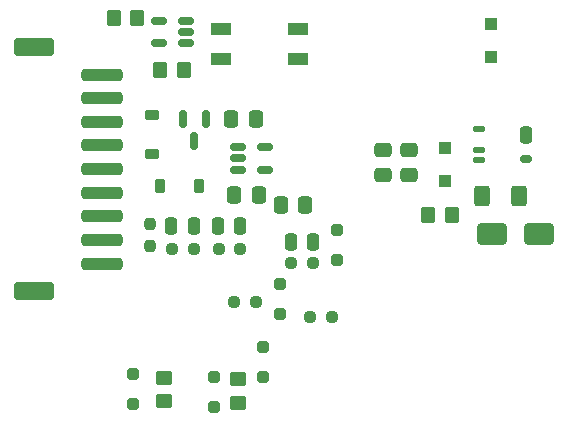
<source format=gbr>
%TF.GenerationSoftware,KiCad,Pcbnew,8.0.8*%
%TF.CreationDate,2025-02-25T00:33:20+03:00*%
%TF.ProjectId,SMHome_UniversalRound_ESP32_C3_Mini_v3,534d486f-6d65-45f5-956e-697665727361,12*%
%TF.SameCoordinates,Original*%
%TF.FileFunction,Paste,Bot*%
%TF.FilePolarity,Positive*%
%FSLAX46Y46*%
G04 Gerber Fmt 4.6, Leading zero omitted, Abs format (unit mm)*
G04 Created by KiCad (PCBNEW 8.0.8) date 2025-02-25 00:33:20*
%MOMM*%
%LPD*%
G01*
G04 APERTURE LIST*
G04 Aperture macros list*
%AMRoundRect*
0 Rectangle with rounded corners*
0 $1 Rounding radius*
0 $2 $3 $4 $5 $6 $7 $8 $9 X,Y pos of 4 corners*
0 Add a 4 corners polygon primitive as box body*
4,1,4,$2,$3,$4,$5,$6,$7,$8,$9,$2,$3,0*
0 Add four circle primitives for the rounded corners*
1,1,$1+$1,$2,$3*
1,1,$1+$1,$4,$5*
1,1,$1+$1,$6,$7*
1,1,$1+$1,$8,$9*
0 Add four rect primitives between the rounded corners*
20,1,$1+$1,$2,$3,$4,$5,0*
20,1,$1+$1,$4,$5,$6,$7,0*
20,1,$1+$1,$6,$7,$8,$9,0*
20,1,$1+$1,$8,$9,$2,$3,0*%
G04 Aperture macros list end*
%ADD10RoundRect,0.250000X0.250000X-0.250000X0.250000X0.250000X-0.250000X0.250000X-0.250000X-0.250000X0*%
%ADD11RoundRect,0.225000X0.375000X-0.225000X0.375000X0.225000X-0.375000X0.225000X-0.375000X-0.225000X0*%
%ADD12RoundRect,0.250000X-0.450000X0.350000X-0.450000X-0.350000X0.450000X-0.350000X0.450000X0.350000X0*%
%ADD13RoundRect,0.250000X-0.350000X-0.450000X0.350000X-0.450000X0.350000X0.450000X-0.350000X0.450000X0*%
%ADD14RoundRect,0.250000X-1.000000X-0.650000X1.000000X-0.650000X1.000000X0.650000X-1.000000X0.650000X0*%
%ADD15RoundRect,0.125000X-0.375000X-0.125000X0.375000X-0.125000X0.375000X0.125000X-0.375000X0.125000X0*%
%ADD16RoundRect,0.250000X-0.250000X0.475000X-0.250000X-0.475000X0.250000X-0.475000X0.250000X0.475000X0*%
%ADD17RoundRect,0.175000X-0.325000X-0.175000X0.325000X-0.175000X0.325000X0.175000X-0.325000X0.175000X0*%
%ADD18RoundRect,0.250000X0.250000X0.475000X-0.250000X0.475000X-0.250000X-0.475000X0.250000X-0.475000X0*%
%ADD19RoundRect,0.250000X1.500000X-0.250000X1.500000X0.250000X-1.500000X0.250000X-1.500000X-0.250000X0*%
%ADD20RoundRect,0.250001X1.449999X-0.499999X1.449999X0.499999X-1.449999X0.499999X-1.449999X-0.499999X0*%
%ADD21R,1.700000X1.100000*%
%ADD22RoundRect,0.250000X0.400000X0.625000X-0.400000X0.625000X-0.400000X-0.625000X0.400000X-0.625000X0*%
%ADD23RoundRect,0.250000X-0.337500X-0.475000X0.337500X-0.475000X0.337500X0.475000X-0.337500X0.475000X0*%
%ADD24RoundRect,0.250000X0.475000X-0.337500X0.475000X0.337500X-0.475000X0.337500X-0.475000X-0.337500X0*%
%ADD25RoundRect,0.237500X0.250000X0.237500X-0.250000X0.237500X-0.250000X-0.237500X0.250000X-0.237500X0*%
%ADD26RoundRect,0.237500X-0.250000X-0.237500X0.250000X-0.237500X0.250000X0.237500X-0.250000X0.237500X0*%
%ADD27RoundRect,0.250000X-0.250000X0.250000X-0.250000X-0.250000X0.250000X-0.250000X0.250000X0.250000X0*%
%ADD28RoundRect,0.250000X-0.475000X0.337500X-0.475000X-0.337500X0.475000X-0.337500X0.475000X0.337500X0*%
%ADD29RoundRect,0.150000X0.512500X0.150000X-0.512500X0.150000X-0.512500X-0.150000X0.512500X-0.150000X0*%
%ADD30RoundRect,0.237500X0.237500X-0.250000X0.237500X0.250000X-0.237500X0.250000X-0.237500X-0.250000X0*%
%ADD31RoundRect,0.250000X0.350000X0.450000X-0.350000X0.450000X-0.350000X-0.450000X0.350000X-0.450000X0*%
%ADD32RoundRect,0.250000X0.300000X-0.300000X0.300000X0.300000X-0.300000X0.300000X-0.300000X-0.300000X0*%
%ADD33RoundRect,0.250000X-0.300000X0.300000X-0.300000X-0.300000X0.300000X-0.300000X0.300000X0.300000X0*%
%ADD34RoundRect,0.250000X-0.250000X-0.475000X0.250000X-0.475000X0.250000X0.475000X-0.250000X0.475000X0*%
%ADD35RoundRect,0.225000X-0.225000X-0.375000X0.225000X-0.375000X0.225000X0.375000X-0.225000X0.375000X0*%
%ADD36RoundRect,0.150000X-0.512500X-0.150000X0.512500X-0.150000X0.512500X0.150000X-0.512500X0.150000X0*%
%ADD37RoundRect,0.150000X-0.150000X0.587500X-0.150000X-0.587500X0.150000X-0.587500X0.150000X0.587500X0*%
G04 APERTURE END LIST*
D10*
%TO.C,D1*%
X4699000Y-7853999D03*
X4699000Y-5354001D03*
%TD*%
D11*
%TO.C,D2*%
X-10972800Y1093200D03*
X-10972800Y4393200D03*
%TD*%
D12*
%TO.C,R7*%
X-3657600Y-17973800D03*
X-3657600Y-19973800D03*
%TD*%
D13*
%TO.C,R4*%
X-14208000Y12598400D03*
X-12208000Y12598400D03*
%TD*%
D14*
%TO.C,D7*%
X17786599Y-5689600D03*
X21786601Y-5689600D03*
%TD*%
D15*
%TO.C,U2*%
X16745200Y546601D03*
X16745200Y1446600D03*
X16745200Y3246600D03*
D16*
X20745200Y2706600D03*
D17*
X20745200Y646600D03*
%TD*%
D18*
%TO.C,C12*%
X-3469601Y-5029200D03*
X-5369599Y-5029200D03*
%TD*%
D19*
%TO.C,J3*%
X-15234800Y-8177800D03*
X-15234800Y-6177800D03*
X-15234800Y-4177800D03*
X-15234800Y-2177800D03*
X-15234800Y-177800D03*
X-15234800Y1822200D03*
X-15234800Y3822200D03*
X-15234800Y5822200D03*
X-15234800Y7822200D03*
D20*
X-20984800Y-10527800D03*
X-20984800Y10172200D03*
%TD*%
D21*
%TO.C,DB1*%
X-5129600Y9169399D03*
X-5129600Y11709401D03*
X1370400Y11709401D03*
X1370400Y9169399D03*
%TD*%
D22*
%TO.C,R14*%
X20116800Y-2463800D03*
X17016798Y-2463800D03*
%TD*%
D23*
%TO.C,C6*%
X-3983900Y-2336800D03*
X-1908900Y-2336800D03*
%TD*%
%TO.C,C8*%
X-4237900Y4064000D03*
X-2162900Y4064000D03*
%TD*%
D24*
%TO.C,C9*%
X8585200Y-656500D03*
X8585200Y1418500D03*
%TD*%
D25*
%TO.C,R12*%
X-2186300Y-11430000D03*
X-4011300Y-11430000D03*
%TD*%
D23*
%TO.C,C4*%
X-46900Y-3200400D03*
X2028100Y-3200400D03*
%TD*%
D10*
%TO.C,D11*%
X-1574800Y-17759999D03*
X-1574800Y-15260001D03*
%TD*%
D26*
%TO.C,R1*%
X840100Y-8128000D03*
X2665100Y-8128000D03*
%TD*%
D27*
%TO.C,D12*%
X-152400Y-9926001D03*
X-152400Y-12425999D03*
%TD*%
D28*
%TO.C,C3*%
X10820400Y1418500D03*
X10820400Y-656500D03*
%TD*%
D29*
%TO.C,U4*%
X-8082700Y12365899D03*
X-8082700Y11415900D03*
X-8082700Y10465901D03*
X-10357700Y10465901D03*
X-10357700Y12365899D03*
%TD*%
D27*
%TO.C,D5*%
X-12547600Y-17546001D03*
X-12547600Y-20045999D03*
%TD*%
D30*
%TO.C,R11*%
X-11125200Y-6652900D03*
X-11125200Y-4827900D03*
%TD*%
D31*
%TO.C,R3*%
X-8245600Y8178800D03*
X-10245600Y8178800D03*
%TD*%
D13*
%TO.C,R19*%
X12411200Y-4038600D03*
X14411200Y-4038600D03*
%TD*%
D32*
%TO.C,D6*%
X17729200Y9293401D03*
X17729200Y12093399D03*
%TD*%
D33*
%TO.C,D8*%
X13817600Y1577799D03*
X13817600Y-1222199D03*
%TD*%
D25*
%TO.C,R21*%
X-7420600Y-6959600D03*
X-9245600Y-6959600D03*
%TD*%
D12*
%TO.C,R6*%
X-9982200Y-17846800D03*
X-9982200Y-19846800D03*
%TD*%
D34*
%TO.C,C1*%
X802601Y-6324600D03*
X2702599Y-6324600D03*
%TD*%
D35*
%TO.C,D4*%
X-10286000Y-1574800D03*
X-6986000Y-1574800D03*
%TD*%
D36*
%TO.C,U3*%
X-3657600Y-223598D03*
X-3657600Y726401D03*
X-3657600Y1676400D03*
X-1382600Y1676400D03*
X-1382600Y-223598D03*
%TD*%
D37*
%TO.C,Q1*%
X-8316000Y4087100D03*
X-6416000Y4087100D03*
X-7366000Y2212099D03*
%TD*%
D10*
%TO.C,D9*%
X-5689600Y-20325399D03*
X-5689600Y-17825401D03*
%TD*%
D34*
%TO.C,C11*%
X-9333899Y-4978400D03*
X-7433901Y-4978400D03*
%TD*%
D25*
%TO.C,R20*%
X-3481700Y-6934200D03*
X-5306700Y-6934200D03*
%TD*%
%TO.C,R2*%
X4239900Y-12674600D03*
X2414900Y-12674600D03*
%TD*%
M02*

</source>
